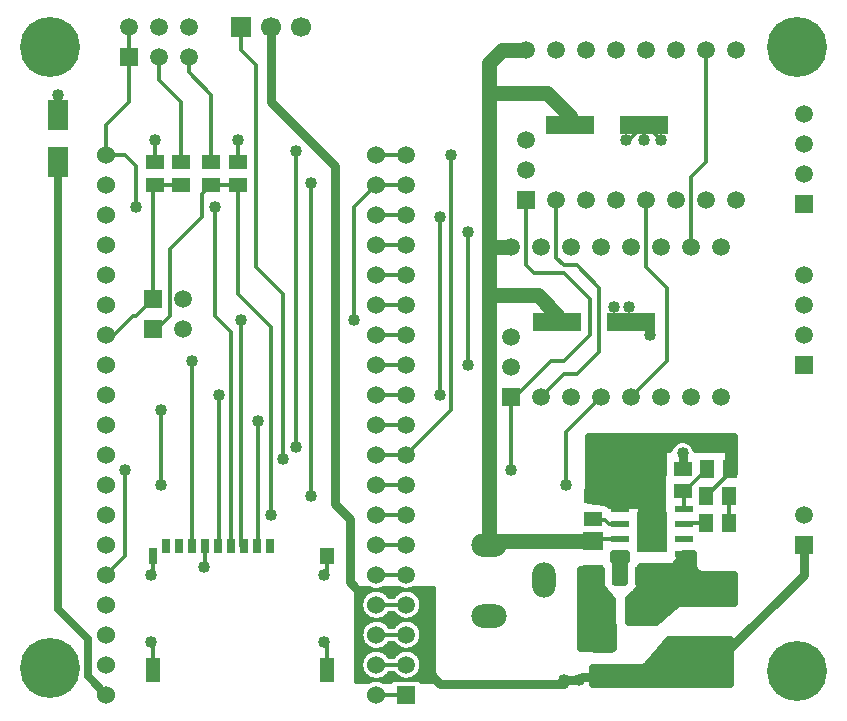
<source format=gbr>
G04 DipTrace 3.3.1.3*
G04 Top.gbr*
%MOIN*%
G04 #@! TF.FileFunction,Copper,L1,Top*
G04 #@! TF.Part,Single*
G04 #@! TA.AperFunction,Conductor*
%ADD14C,0.012*%
%ADD15C,0.014*%
G04 #@! TA.AperFunction,ViaPad*
%ADD17C,0.03*%
G04 #@! TA.AperFunction,CopperBalancing*
%ADD18C,0.025*%
G04 #@! TA.AperFunction,ViaPad*
%ADD19C,0.04*%
G04 #@! TA.AperFunction,Conductor*
%ADD20C,0.05*%
G04 #@! TA.AperFunction,CopperBalancing*
%ADD21C,0.013*%
%ADD24R,0.163386X0.062992*%
%ADD25R,0.059055X0.051181*%
%ADD26R,0.051181X0.059055*%
%ADD27R,0.070866X0.062992*%
%ADD29R,0.066929X0.098425*%
%ADD31R,0.098425X0.066929*%
G04 #@! TA.AperFunction,ComponentPad*
%ADD32R,0.059055X0.059055*%
%ADD33C,0.059055*%
%ADD34R,0.066929X0.066929*%
%ADD35C,0.066929*%
%ADD36O,0.11811X0.07874*%
%ADD37O,0.07874X0.11811*%
%ADD38R,0.027559X0.051181*%
%ADD39R,0.047244X0.07874*%
%ADD40R,0.047244X0.055118*%
%ADD41R,0.031496X0.055118*%
%ADD42R,0.137795X0.09252*%
G04 #@! TA.AperFunction,ComponentPad*
%ADD43C,0.2*%
%ADD44R,0.059X0.059*%
%ADD45C,0.059*%
%ADD47R,0.062992X0.024016*%
%ADD48R,0.10315X0.138189*%
G04 #@! TA.AperFunction,ComponentPad*
%ADD49C,0.06*%
%FSLAX26Y26*%
G04*
G70*
G90*
G75*
G01*
G04 Top*
%LPD*%
X793700Y2668700D2*
D14*
Y2568700D1*
X718700Y2243700D2*
Y2343700D1*
X793700Y2418700D1*
Y2568700D1*
X1134779Y940700D2*
Y1652621D1*
X1081200Y1706200D1*
Y2068700D1*
X818700D2*
Y2206200D1*
X781200Y2243700D1*
X718700D1*
X2718700Y2593700D2*
D15*
Y2218700D1*
X2668700Y2168700D1*
Y1937451D1*
X2640254Y1248991D2*
D17*
Y1196991D1*
X2374487Y502734D2*
X2302734D1*
X2293700Y493700D1*
X2243700D1*
X1268700Y2668700D2*
Y2418700D1*
X1481200Y2206200D1*
Y1081200D1*
X1531200Y1031200D1*
Y818700D1*
X1568700Y781200D1*
X2243700Y493700D2*
Y481200D1*
X1831200D1*
X1793700Y518700D1*
X556200Y2443700D2*
D18*
Y2376180D1*
X3043700Y943700D2*
D17*
Y843700D1*
X2768511Y568511D1*
X2730700D1*
X2796254Y1196991D2*
D14*
Y1183991D1*
X2718254Y1105991D1*
X2374487Y612970D2*
X2328970D1*
X2314700Y598700D1*
X2374487Y612970D2*
X2339430D1*
X2314700Y637700D1*
X1048165Y940700D2*
Y951735D1*
X1043700Y956200D1*
X881200Y2218503D2*
Y2293700D1*
X1156200Y2218503D2*
Y2293700D1*
X874936Y525346D2*
Y612464D1*
X868700Y618700D1*
X874936Y907235D2*
Y849936D1*
X868700Y843700D1*
X1452889Y907235D2*
Y852889D1*
X1443700Y843700D1*
X1452889Y525346D2*
Y609511D1*
X1443700Y618700D1*
X1048165Y940700D2*
Y873165D1*
X1043700Y868700D1*
X2449949Y2293700D2*
X2462451D1*
X2512451Y2343700D1*
Y2293700D2*
Y2343700D1*
X2518700D1*
X2568700Y2293700D1*
X1618700Y2243700D2*
X1718700D1*
X1618700Y1643700D2*
X1718700D1*
X1399949Y2149949D2*
Y1106200D1*
X1349949Y2256200D2*
Y1268700D1*
X1618700Y2143700D2*
X1718700D1*
X1178086Y940700D2*
X1168700D1*
Y1693700D1*
X1543700D2*
Y2068700D1*
X1618700Y2143700D1*
X2168700Y1437451D2*
X2243700Y1512451D1*
X2287451D1*
X2362449Y1587449D1*
Y1799949D1*
X2287449Y1874949D1*
X2243701D1*
X2218700Y1899951D1*
Y2093700D1*
X968700Y2218503D2*
Y2418700D1*
X893700Y2493700D1*
Y2568700D1*
X993700D2*
Y2518700D1*
X1068700Y2443700D1*
Y2218503D1*
X1618700Y1943700D2*
X1718700D1*
X1618700Y1743700D2*
X1718700D1*
Y1343700D2*
X1618700D1*
X1221393Y940700D2*
X1224949D1*
Y1356200D1*
X1618700Y1143700D2*
X1718700D1*
X2368700Y1437451D2*
X2249949Y1318700D1*
Y1143700D1*
X1718700Y1443700D2*
X1618700D1*
X1091472Y940700D2*
X1093700D1*
Y1443700D1*
X1831200Y2037451D2*
Y1443700D1*
X1718700Y1243700D2*
X1618700D1*
X1868700Y2243700D2*
Y1393700D1*
X1718700Y1243700D1*
X1618700Y1543700D2*
X1718700D1*
X1004857Y940700D2*
Y1554857D1*
X2468700Y1437451D2*
X2587451Y1556201D1*
Y1799949D1*
X2518700Y1868700D1*
Y2093700D1*
X1924949Y1543700D2*
Y1987451D1*
X899951Y1393700D2*
Y1143700D1*
X1618700Y743700D2*
X1718700D1*
X556200Y2218700D2*
D18*
Y731200D1*
X656200Y631200D1*
Y506200D1*
X718700Y443700D1*
X1168700Y2668700D2*
D14*
Y2593700D1*
X1218700Y2543700D1*
Y1868700D1*
X1306200Y1781200D1*
Y1231200D1*
X968700Y2143700D2*
X881200D1*
X718700Y1643700D2*
X743700D1*
X806200Y1706200D1*
X818699D1*
X874949Y1762451D1*
Y2137449D1*
X881200Y2143700D1*
X1618700Y2043700D2*
X1718700D1*
X1618700Y1843700D2*
X1718700D1*
X1068700Y2143700D2*
X1156200D1*
X1718700Y1043700D2*
X1618700D1*
X1156200Y2143700D2*
Y1781200D1*
X1268700Y1668700D1*
Y1043700D1*
X874949Y1662451D2*
X887451D1*
X931200Y1706200D1*
Y1931200D1*
X1037451Y2037451D1*
Y2112451D1*
X1068700Y2143700D1*
X1618700Y943700D2*
X1718700D1*
Y843700D2*
X1618700D1*
X1718700Y643700D2*
X1618700D1*
X1718700Y543700D2*
X1618700D1*
Y443700D2*
X1718700D1*
X2430611Y1012939D2*
X2395306D1*
X2380254Y1027991D1*
X2344451D1*
X2341254Y1031188D1*
X2718254Y1014991D2*
X2645262D1*
X2643209Y1012939D1*
X2793057Y1105991D2*
Y1014991D1*
X2643209Y1062939D2*
Y1119233D1*
X2640254Y1122188D1*
X2646648D1*
X2721451Y1196991D1*
X2068700Y1437451D2*
Y1193700D1*
X781200D2*
Y906200D1*
X718700Y843700D1*
X2068700Y1437451D2*
X2081200D1*
X2199949Y1556200D1*
X2243700D1*
X2331200Y1643700D1*
Y1762449D1*
X2243700Y1849949D1*
X2143700D1*
X2118700Y1874949D1*
Y2093700D1*
X2430611Y962939D2*
X2347965D1*
X2341254Y956228D1*
X1993700Y943700D2*
D20*
X2018700D1*
X2031228Y956228D1*
X2341254D1*
X2264419Y2343700D2*
Y2372981D1*
X2187449Y2449949D1*
X1993700D1*
Y1937451D1*
Y1774949D1*
Y943700D1*
X2220669Y1687451D2*
Y1710482D1*
X2156200Y1774949D1*
X1993700D1*
X2118700Y2593700D2*
X2037451D1*
X1993700Y2549949D1*
Y2449949D1*
X2068700Y1937451D2*
X1993700D1*
D19*
X1081200Y2068700D3*
X818700D3*
X556200Y2443700D3*
X1399949Y2149949D3*
Y1106200D3*
X1349949Y2256200D3*
Y1268700D3*
X1168700Y1693700D3*
X1543700D3*
X1224949Y1356200D3*
X2249949Y1143700D3*
X1093700Y1443700D3*
X1831200Y2037451D3*
Y1443700D3*
X1868700Y2243700D3*
X1004857Y1554857D3*
X1924949Y1543700D3*
Y1987451D3*
X899951Y1393700D3*
Y1143700D3*
X1306200Y1231200D3*
X1268700Y1043700D3*
X2068700Y1193700D3*
X781200D3*
X881200Y2293700D3*
X1156200D3*
X868700Y618700D3*
X1443700D3*
X868700Y843700D3*
X1443700D3*
X1043700Y868700D3*
D17*
X2562254Y949991D3*
X2536254D3*
X2510254D3*
X2562254Y988991D3*
X2536254D3*
X2510254D3*
X2562254Y1027991D3*
X2536254D3*
X2510254D3*
X2314700Y598700D3*
Y637700D3*
D19*
X2640254Y1248991D3*
X2769700Y494700D3*
X2293700Y493700D3*
X2243700D3*
X2568700Y2293700D3*
X2412451Y1737451D3*
X2449949Y2293700D3*
X2512451D3*
X2462451Y1737451D3*
X2531200Y1643700D3*
X2574566Y600599D2*
D18*
X2793699D1*
X2553357Y575730D2*
X2793699D1*
X2532150Y550861D2*
X2793699D1*
X2342718Y525993D2*
X2793699D1*
X2342718Y501124D2*
X2793699D1*
X2796200Y481224D2*
Y625191D1*
X2593200Y625461D1*
X2517829Y537204D1*
X2515388Y535569D1*
X2512632Y534549D1*
X2509710Y534200D1*
X2340218D1*
X2340200Y481212D1*
X2796169Y481200D1*
X2628129Y888069D2*
X2671968D1*
X2501961Y863200D2*
X2672758D1*
X2501961Y838331D2*
X2809440D1*
X2501961Y813462D2*
X2809440D1*
X2489043Y788594D2*
X2809440D1*
X2464498Y763725D2*
X2809440D1*
X2464498Y738856D2*
X2609780D1*
X2464498Y713987D2*
X2579924D1*
X2464498Y689119D2*
X2550069D1*
X2630746Y750457D2*
X2811961D1*
X2811940Y844210D1*
X2697498Y844348D1*
X2694670Y845146D1*
X2692106Y846582D1*
X2685615Y852855D1*
X2676842Y861846D1*
X2675406Y864410D1*
X2674608Y867238D1*
X2674455Y878380D1*
Y912936D1*
X2643427Y912938D1*
X2614623Y872924D1*
X2612330Y871087D1*
X2609671Y869835D1*
X2606794Y869239D1*
X2499460Y869192D1*
X2499322Y804745D1*
X2498524Y801917D1*
X2497088Y799352D1*
X2489318Y791365D1*
X2461983Y764031D1*
X2461980Y687998D1*
X2551199Y687964D1*
X2624309Y748693D1*
X2626993Y749892D1*
X2629885Y750430D1*
X2303718Y834331D2*
X2365283D1*
X2303718Y809462D2*
X2365678D1*
X2303718Y784594D2*
X2373859D1*
X2303718Y759725D2*
X2402028D1*
X2303718Y734856D2*
X2403321D1*
X2303718Y709987D2*
X2403356D1*
X2303718Y685119D2*
X2403428D1*
X2303718Y660250D2*
X2403499D1*
X2303718Y635381D2*
X2403571D1*
X2303718Y610512D2*
X2403644D1*
X2384623Y782964D2*
X2376360D1*
Y792616D1*
X2370184Y799999D1*
X2368911Y802649D1*
X2368292Y805520D1*
X2367398Y859208D1*
X2301221Y859200D1*
X2301200Y598226D1*
X2406149Y598200D1*
X2405745Y758305D1*
X2384619Y782964D1*
X2330272Y1276623D2*
X2600360D1*
X2680142D2*
X2807268D1*
X2330272Y1251754D2*
X2572048D1*
X2795617D2*
X2807268D1*
X2330272Y1226885D2*
X2571508D1*
X2795690D2*
X2807268D1*
X2330272Y1202016D2*
X2571043D1*
X2795690D2*
X2807268D1*
X2330272Y1177148D2*
X2570540D1*
X2330272Y1152279D2*
X2570074D1*
X2330272Y1127410D2*
X2569607D1*
X2330272Y1102541D2*
X2569104D1*
X2400426Y1077672D2*
X2568638D1*
X2508221Y1052804D2*
X2568172D1*
X2508221Y1027935D2*
X2567670D1*
X2508221Y1003066D2*
X2567203D1*
X2508221Y978197D2*
X2566737D1*
X2508221Y953329D2*
X2566234D1*
X2386743Y1083279D2*
X2397281D1*
Y1078003D1*
X2408671Y1075423D1*
X2495180Y1075270D1*
X2498008Y1074472D1*
X2500573Y1073036D1*
X2502730Y1071041D1*
X2504363Y1068598D1*
X2505380Y1065842D1*
X2505725Y1062923D1*
Y937939D1*
X2568474Y937938D1*
X2574619Y1252359D1*
X2575417Y1255187D1*
X2576852Y1257751D1*
X2578847Y1259909D1*
X2581291Y1261541D1*
X2584046Y1262558D1*
X2586965Y1262903D1*
X2595901D1*
X2598822Y1270102D1*
X2602634Y1276323D1*
X2607373Y1281872D1*
X2612922Y1286611D1*
X2619144Y1290423D1*
X2625885Y1293216D1*
X2632980Y1294919D1*
X2640254Y1295491D1*
X2647528Y1294919D1*
X2654623Y1293216D1*
X2661364Y1290423D1*
X2667586Y1286611D1*
X2673134Y1281872D1*
X2677873Y1276323D1*
X2681686Y1270102D1*
X2684606Y1262907D1*
X2782650Y1262750D1*
X2785478Y1261952D1*
X2788043Y1260516D1*
X2790200Y1258522D1*
X2791833Y1256078D1*
X2792850Y1253322D1*
X2793195Y1250403D1*
Y1182259D1*
X2809721Y1182952D1*
X2809754Y1301502D1*
X2327734Y1301491D1*
X2327754Y1091545D1*
X2377386Y1087581D1*
X2379256Y1086976D1*
X2419527Y888069D2*
X2441941D1*
X2420746Y863200D2*
X2440722D1*
X2420746Y838331D2*
X2440722D1*
X2449478Y893145D2*
Y912953D1*
X2411991Y912938D1*
X2412073Y893031D1*
X2415847Y889040D1*
X2417283Y886476D1*
X2418081Y883648D1*
X2418234Y874193D1*
Y819207D1*
X2443233Y819200D1*
X2443382Y883648D1*
X2444180Y886476D1*
X2445616Y889040D1*
X2449482Y893124D1*
X1551512Y786831D2*
D21*
X1592077D1*
X1645331D2*
X1693004D1*
X1744380D2*
X1810893D1*
X1551512Y773962D2*
X1577579D1*
X1659829D2*
X1678176D1*
X1759233D2*
X1810893D1*
X1551512Y761094D2*
X1570495D1*
X1766393D2*
X1810893D1*
X1551512Y748225D2*
X1567575D1*
X1769339D2*
X1810893D1*
X1551512Y735356D2*
X1568083D1*
X1768831D2*
X1810893D1*
X1551512Y722487D2*
X1572094D1*
X1764768D2*
X1810893D1*
X1551512Y709619D2*
X1580777D1*
X1656604D2*
X1681426D1*
X1755959D2*
X1810893D1*
X1551512Y696750D2*
X1600151D1*
X1637256D2*
X1701561D1*
X1735823D2*
X1810893D1*
X1551512Y683881D2*
X1587608D1*
X1649800D2*
X1688409D1*
X1749001D2*
X1810893D1*
X1551512Y671012D2*
X1575497D1*
X1661911D2*
X1676069D1*
X1761340D2*
X1810893D1*
X1551512Y658144D2*
X1569504D1*
X1767384D2*
X1810893D1*
X1551512Y645275D2*
X1567397D1*
X1769516D2*
X1810893D1*
X1551512Y632406D2*
X1568667D1*
X1768247D2*
X1810893D1*
X1551512Y619537D2*
X1573592D1*
X1763245D2*
X1810893D1*
X1551512Y606669D2*
X1583773D1*
X1653634D2*
X1684473D1*
X1752911D2*
X1810893D1*
X1551512Y593800D2*
X1613938D1*
X1623449D2*
X1810893D1*
X1551512Y580931D2*
X1584003D1*
X1653405D2*
X1684701D1*
X1752683D2*
X1810893D1*
X1551512Y568062D2*
X1573720D1*
X1763144D2*
X1810893D1*
X1551512Y555193D2*
X1568717D1*
X1768196D2*
X1810893D1*
X1551512Y542325D2*
X1567397D1*
X1769516D2*
X1810893D1*
X1551512Y529456D2*
X1569453D1*
X1767460D2*
X1810893D1*
X1551512Y516587D2*
X1575369D1*
X1662039D2*
X1675917D1*
X1761468D2*
X1810893D1*
X1551512Y503718D2*
X1587354D1*
X1650054D2*
X1688129D1*
X1749255D2*
X1810893D1*
X1551512Y490850D2*
X1600709D1*
X1636699D2*
X1667842D1*
X1769543D2*
X1810893D1*
X1675653Y493247D2*
X1768247D1*
Y487687D1*
X1812205Y487700D1*
X1812200Y799675D1*
X1741487Y799700D1*
X1737661Y797924D1*
X1730267Y795522D1*
X1722587Y794305D1*
X1714813D1*
X1707133Y795522D1*
X1699739Y797924D1*
X1695955Y799693D1*
X1642515Y799700D1*
X1637842Y797487D1*
X1630377Y795062D1*
X1622624Y793834D1*
X1617857Y793687D1*
X1610875Y794296D1*
X1603243Y796128D1*
X1595991Y799132D1*
X1594987Y799693D1*
X1550195Y799700D1*
X1550200Y487725D1*
X1594913Y487700D1*
X1599558Y489913D1*
X1607023Y492338D1*
X1614776Y493566D1*
X1619543Y493713D1*
X1626525Y493104D1*
X1634157Y491272D1*
X1641409Y488268D1*
X1642413Y487707D1*
X1669155Y487700D1*
X1669153Y493247D1*
X1675653D1*
X1768095Y639813D2*
X1766878Y632133D1*
X1764476Y624739D1*
X1760947Y617812D1*
X1756376Y611522D1*
X1750878Y606024D1*
X1744588Y601453D1*
X1737661Y597924D1*
X1730267Y595522D1*
X1722587Y594305D1*
X1714813D1*
X1707133Y595522D1*
X1699739Y597924D1*
X1692812Y601453D1*
X1686522Y606024D1*
X1681024Y611522D1*
X1676546Y617672D1*
X1661350Y617565D1*
X1656735Y611214D1*
X1651186Y605665D1*
X1644835Y601050D1*
X1637842Y597487D1*
X1630377Y595062D1*
X1622624Y593834D1*
X1617857Y593687D1*
X1610875Y594296D1*
X1603243Y596128D1*
X1595991Y599132D1*
X1589298Y603233D1*
X1583330Y608330D1*
X1578233Y614298D1*
X1574132Y620991D1*
X1571128Y628243D1*
X1569296Y635875D1*
X1568680Y643700D1*
X1569296Y651525D1*
X1571128Y659157D1*
X1574132Y666409D1*
X1578233Y673102D1*
X1583330Y679070D1*
X1589298Y684167D1*
X1595991Y688268D1*
X1603243Y691272D1*
X1610875Y693104D1*
X1617857Y693687D1*
X1622624Y693566D1*
X1630377Y692338D1*
X1637842Y689913D1*
X1644835Y686350D1*
X1651186Y681735D1*
X1656735Y676186D1*
X1661350Y669835D1*
X1664200Y669720D1*
X1676515D1*
X1681024Y675878D1*
X1686522Y681376D1*
X1692812Y685947D1*
X1699739Y689476D1*
X1707133Y691878D1*
X1714813Y693095D1*
X1722587D1*
X1730267Y691878D1*
X1737661Y689476D1*
X1744588Y685947D1*
X1750878Y681376D1*
X1756376Y675878D1*
X1760947Y669588D1*
X1764476Y662661D1*
X1766878Y655267D1*
X1768095Y647587D1*
Y639813D1*
X1619543Y593687D2*
X1626525Y593104D1*
X1634157Y591272D1*
X1641409Y588268D1*
X1648102Y584167D1*
X1654070Y579070D1*
X1659167Y573102D1*
X1661417Y569714D1*
X1676546Y569728D1*
X1681024Y575878D1*
X1686522Y581376D1*
X1692812Y585947D1*
X1699739Y589476D1*
X1707133Y591878D1*
X1714813Y593095D1*
X1722587D1*
X1730267Y591878D1*
X1737661Y589476D1*
X1744588Y585947D1*
X1750878Y581376D1*
X1756376Y575878D1*
X1760947Y569588D1*
X1764476Y562661D1*
X1766878Y555267D1*
X1768095Y547587D1*
Y539813D1*
X1766878Y532133D1*
X1764476Y524739D1*
X1760947Y517812D1*
X1756376Y511522D1*
X1750878Y506024D1*
X1744588Y501453D1*
X1737661Y497924D1*
X1730267Y495522D1*
X1722587Y494305D1*
X1714813D1*
X1707133Y495522D1*
X1699739Y497924D1*
X1692812Y501453D1*
X1686522Y506024D1*
X1681024Y511522D1*
X1676546Y517672D1*
X1661350Y517565D1*
X1656735Y511214D1*
X1651186Y505665D1*
X1644835Y501050D1*
X1637842Y497487D1*
X1630377Y495062D1*
X1622624Y493834D1*
X1614776D1*
X1607023Y495062D1*
X1599558Y497487D1*
X1592565Y501050D1*
X1586214Y505665D1*
X1580665Y511214D1*
X1576050Y517565D1*
X1572487Y524558D1*
X1570062Y532023D1*
X1568834Y539776D1*
Y547624D1*
X1570062Y555377D1*
X1572487Y562842D1*
X1576050Y569835D1*
X1580665Y576186D1*
X1586214Y581735D1*
X1592565Y586350D1*
X1599558Y589913D1*
X1607023Y592338D1*
X1614776Y593566D1*
X1619543Y793687D2*
X1626525Y793104D1*
X1634157Y791272D1*
X1641409Y788268D1*
X1648102Y784167D1*
X1654070Y779070D1*
X1659167Y773102D1*
X1661417Y769714D1*
X1676546Y769728D1*
X1681024Y775878D1*
X1686522Y781376D1*
X1692812Y785947D1*
X1699739Y789476D1*
X1707133Y791878D1*
X1714813Y793095D1*
X1722587D1*
X1730267Y791878D1*
X1737661Y789476D1*
X1744588Y785947D1*
X1750878Y781376D1*
X1756376Y775878D1*
X1760947Y769588D1*
X1764476Y762661D1*
X1766878Y755267D1*
X1768095Y747587D1*
Y739813D1*
X1766878Y732133D1*
X1764476Y724739D1*
X1760947Y717812D1*
X1756376Y711522D1*
X1750878Y706024D1*
X1744588Y701453D1*
X1737661Y697924D1*
X1730267Y695522D1*
X1722587Y694305D1*
X1714813D1*
X1707133Y695522D1*
X1699739Y697924D1*
X1692812Y701453D1*
X1686522Y706024D1*
X1681024Y711522D1*
X1676546Y717672D1*
X1661350Y717565D1*
X1656735Y711214D1*
X1651186Y705665D1*
X1644835Y701050D1*
X1637842Y697487D1*
X1630377Y695062D1*
X1622624Y693834D1*
X1614776D1*
X1607023Y695062D1*
X1599558Y697487D1*
X1592565Y701050D1*
X1586214Y705665D1*
X1580665Y711214D1*
X1576050Y717565D1*
X1572487Y724558D1*
X1570062Y732023D1*
X1568834Y739776D1*
Y747624D1*
X1570062Y755377D1*
X1572487Y762842D1*
X1576050Y769835D1*
X1580665Y776186D1*
X1586214Y781735D1*
X1592565Y786350D1*
X1599558Y789913D1*
X1607023Y792338D1*
X1614776Y793566D1*
D24*
X2468700Y1687451D3*
X2220669D3*
X2512451Y2343700D3*
X2264419D3*
D25*
X881200Y2143700D3*
Y2218503D3*
X1156200Y2143700D3*
Y2218503D3*
D26*
X2503254Y838991D3*
X2428451D3*
D27*
X2341254Y845991D3*
Y956228D3*
X2374487Y612970D3*
Y502734D3*
D26*
X2718254Y1014991D3*
X2793057D3*
D29*
X556200Y2218700D3*
Y2376180D3*
D31*
X2503254Y721991D3*
X2345773D3*
D32*
X1718700Y443700D3*
D33*
Y543700D3*
Y643700D3*
Y743700D3*
Y843700D3*
Y943700D3*
Y1043700D3*
Y1143700D3*
Y1243700D3*
Y1343700D3*
Y1443700D3*
Y1543700D3*
Y1643700D3*
Y1743700D3*
Y1843700D3*
Y1943700D3*
Y2043700D3*
Y2143700D3*
Y2243700D3*
D32*
X3043700Y2081200D3*
D33*
Y2181200D3*
Y2281200D3*
Y2381200D3*
D32*
X793700Y2568700D3*
D33*
Y2668700D3*
X893700Y2568700D3*
Y2668700D3*
X993700Y2568700D3*
Y2668700D3*
D32*
X3043700Y1543700D3*
D33*
Y1643700D3*
Y1743700D3*
Y1843700D3*
D34*
X1168700Y2668700D3*
D35*
X1268700D3*
X1368700D3*
D36*
X1993700Y943700D3*
Y707480D3*
D37*
X2178739Y825590D3*
D38*
X1264700Y940700D3*
X1221393D3*
X1178086D3*
X1134779D3*
X1091472D3*
X1048165D3*
X1004857D3*
X961550D3*
X918243D3*
D39*
X1452889Y525346D3*
D40*
Y907235D3*
D41*
X874936D3*
D39*
Y525346D3*
D32*
X874949Y1762451D3*
D33*
X974949D3*
D32*
X874949Y1662451D3*
D33*
X974949D3*
D42*
X2730700Y806700D3*
Y568511D3*
D43*
X531495Y531495D3*
X531501Y2603700D3*
X3019700Y523700D3*
Y2603700D3*
D25*
X968700Y2218503D3*
Y2143700D3*
X1068700Y2218503D3*
Y2143700D3*
X2640254Y1196991D3*
Y1122188D3*
D26*
X2796254Y1196991D3*
X2721451D3*
D25*
X2341254Y1105991D3*
Y1031188D3*
D26*
X2718254Y1105991D3*
X2793057D3*
D44*
X2068700Y1437451D3*
D45*
X2168700D3*
X2268700D3*
X2368700D3*
X2468700D3*
X2568700D3*
X2668700D3*
X2768700D3*
Y1937451D3*
X2668700D3*
X2568700D3*
X2468700D3*
X2368700D3*
X2268700D3*
X2168700D3*
X2068700D3*
Y1537451D3*
Y1637451D3*
D44*
X2118700Y2093700D3*
D45*
X2218700D3*
X2318700D3*
X2418700D3*
X2518700D3*
X2618700D3*
X2718700D3*
X2818700D3*
Y2593700D3*
X2718700D3*
X2618700D3*
X2518700D3*
X2418700D3*
X2318700D3*
X2218700D3*
X2118700D3*
Y2193700D3*
Y2293700D3*
D47*
X2643209Y912939D3*
Y962939D3*
Y1012939D3*
Y1062939D3*
X2430611D3*
Y1012939D3*
Y962939D3*
Y912939D3*
D48*
X2536910Y987939D3*
D49*
X718700Y443700D3*
Y543700D3*
Y643700D3*
Y743700D3*
Y843700D3*
Y943700D3*
Y1043700D3*
Y1143700D3*
Y1243700D3*
Y1343700D3*
Y1443700D3*
Y1543700D3*
Y1643700D3*
Y1743700D3*
Y1843700D3*
Y1943700D3*
Y2043700D3*
Y2143700D3*
Y2243700D3*
X1618700Y443700D3*
Y543700D3*
Y643700D3*
Y743700D3*
Y843700D3*
Y943700D3*
Y1043700D3*
Y1143700D3*
Y1243700D3*
Y1343700D3*
Y1443700D3*
Y1543700D3*
Y1643700D3*
Y1743700D3*
Y1843700D3*
Y1943700D3*
Y2043700D3*
Y2143700D3*
Y2243700D3*
D32*
X3043700Y943700D3*
D33*
Y1043700D3*
M02*

</source>
